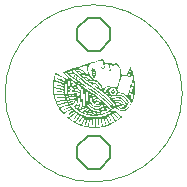
<source format=gbr>
%TF.GenerationSoftware,KiCad,Pcbnew,7.0.5*%
%TF.CreationDate,2024-02-24T17:46:26+01:00*%
%TF.ProjectId,ULHolder,554c486f-6c64-4657-922e-6b696361645f,rev?*%
%TF.SameCoordinates,Original*%
%TF.FileFunction,Legend,Top*%
%TF.FilePolarity,Positive*%
%FSLAX46Y46*%
G04 Gerber Fmt 4.6, Leading zero omitted, Abs format (unit mm)*
G04 Created by KiCad (PCBNEW 7.0.5) date 2024-02-24 17:46:26*
%MOMM*%
%LPD*%
G01*
G04 APERTURE LIST*
G04 Aperture macros list*
%AMRoundRect*
0 Rectangle with rounded corners*
0 $1 Rounding radius*
0 $2 $3 $4 $5 $6 $7 $8 $9 X,Y pos of 4 corners*
0 Add a 4 corners polygon primitive as box body*
4,1,4,$2,$3,$4,$5,$6,$7,$8,$9,$2,$3,0*
0 Add four circle primitives for the rounded corners*
1,1,$1+$1,$2,$3*
1,1,$1+$1,$4,$5*
1,1,$1+$1,$6,$7*
1,1,$1+$1,$8,$9*
0 Add four rect primitives between the rounded corners*
20,1,$1+$1,$2,$3,$4,$5,0*
20,1,$1+$1,$4,$5,$6,$7,0*
20,1,$1+$1,$6,$7,$8,$9,0*
20,1,$1+$1,$8,$9,$2,$3,0*%
%AMFreePoly0*
4,1,25,0.506863,1.161696,0.518986,1.151342,1.151342,0.518986,1.179849,0.463038,1.181100,0.447144,1.181100,-0.447144,1.161696,-0.506863,1.151342,-0.518986,0.518986,-1.151342,0.463038,-1.179849,0.447144,-1.181100,-0.447144,-1.181100,-0.506863,-1.161696,-0.518986,-1.151342,-1.151342,-0.518986,-1.179849,-0.463038,-1.181100,-0.447144,-1.181100,0.447144,-1.161696,0.506863,-1.151342,0.518986,
-0.518986,1.151342,-0.463038,1.179849,-0.447144,1.181100,0.447144,1.181100,0.506863,1.161696,0.506863,1.161696,$1*%
G04 Aperture macros list end*
%ADD10C,0.100000*%
%ADD11C,0.152400*%
%ADD12RoundRect,0.101600X-1.000000X-1.000000X1.000000X-1.000000X1.000000X1.000000X-1.000000X1.000000X0*%
%ADD13C,3.200000*%
%ADD14FreePoly0,0.000000*%
G04 APERTURE END LIST*
D10*
X148500000Y-105000000D02*
G75*
G03*
X148500000Y-105000000I-7500000J0D01*
G01*
%TO.C,G\u002A\u002A\u002A*%
G36*
X141795116Y-102123587D02*
G01*
X141855201Y-102178282D01*
X141890299Y-102274806D01*
X141935298Y-102377372D01*
X142007420Y-102415449D01*
X142097967Y-102387229D01*
X142168208Y-102361996D01*
X142241468Y-102390439D01*
X142247588Y-102394376D01*
X142343335Y-102426486D01*
X142398998Y-102419770D01*
X142492247Y-102406800D01*
X142551281Y-102438161D01*
X142562517Y-102476278D01*
X142586551Y-102537662D01*
X142649335Y-102545684D01*
X142715890Y-102512978D01*
X142847323Y-102455865D01*
X142973741Y-102465217D01*
X143089137Y-102534832D01*
X143187502Y-102658506D01*
X143262829Y-102830035D01*
X143309109Y-103043218D01*
X143317874Y-103134535D01*
X143334759Y-103394821D01*
X143491625Y-103434320D01*
X143644983Y-103468983D01*
X143746150Y-103473980D01*
X143764607Y-103464735D01*
X143915974Y-103464735D01*
X143930678Y-103501938D01*
X143970540Y-103510157D01*
X144019492Y-103492190D01*
X144051766Y-103441700D01*
X144140574Y-103441700D01*
X144142630Y-103482523D01*
X144194740Y-103486359D01*
X144214975Y-103482886D01*
X144280388Y-103460106D01*
X144300954Y-103414886D01*
X144279946Y-103330905D01*
X144256881Y-103273963D01*
X144210317Y-103164950D01*
X144184120Y-103273963D01*
X144159452Y-103372317D01*
X144140574Y-103441700D01*
X144051766Y-103441700D01*
X144059910Y-103428960D01*
X144097380Y-103319385D01*
X144142696Y-103139573D01*
X144155761Y-103020051D01*
X144136963Y-102956173D01*
X144128084Y-102948809D01*
X144101500Y-102970148D01*
X144062352Y-103045532D01*
X144018605Y-103159291D01*
X144013754Y-103173774D01*
X143971096Y-103302310D01*
X143936161Y-103406292D01*
X143916299Y-103463848D01*
X143915974Y-103464735D01*
X143764607Y-103464735D01*
X143812478Y-103440757D01*
X143861316Y-103360760D01*
X143908995Y-103228541D01*
X143983080Y-103019152D01*
X144046267Y-102874349D01*
X144097329Y-102796700D01*
X144122104Y-102783405D01*
X144153655Y-102816101D01*
X144199143Y-102904839D01*
X144253216Y-103035592D01*
X144310520Y-103194333D01*
X144365704Y-103367036D01*
X144413415Y-103539674D01*
X144418435Y-103559932D01*
X144457543Y-103768555D01*
X144486708Y-104020859D01*
X144504737Y-104292735D01*
X144510438Y-104560074D01*
X144502617Y-104798768D01*
X144487004Y-104945493D01*
X144413690Y-105290744D01*
X144307166Y-105616027D01*
X144197655Y-105855167D01*
X144173436Y-105908054D01*
X144018509Y-106153535D01*
X143862842Y-106326462D01*
X143674510Y-106460862D01*
X143489395Y-106522717D01*
X143402534Y-106517604D01*
X143307832Y-106512030D01*
X143130153Y-106428802D01*
X143003082Y-106322230D01*
X142841732Y-106160880D01*
X142800938Y-106189670D01*
X142711209Y-106252997D01*
X142617024Y-106320771D01*
X142605312Y-106329199D01*
X142507931Y-106401550D01*
X142495242Y-106411275D01*
X142490734Y-106414730D01*
X142400782Y-106484346D01*
X142496434Y-106508353D01*
X142599031Y-106511444D01*
X142670985Y-106490134D01*
X142752109Y-106464631D01*
X142801533Y-106467728D01*
X142852125Y-106499063D01*
X142938088Y-106563450D01*
X143044989Y-106648801D01*
X143158393Y-106743030D01*
X143263865Y-106834051D01*
X143346972Y-106909776D01*
X143393279Y-106958119D01*
X143398283Y-106967418D01*
X143369928Y-107012343D01*
X143293624Y-107086212D01*
X143182511Y-107178602D01*
X143049727Y-107279087D01*
X142923509Y-107366758D01*
X142908412Y-107377244D01*
X142780543Y-107457486D01*
X142608437Y-107551194D01*
X142413843Y-107646006D01*
X142385224Y-107658360D01*
X142237444Y-107722155D01*
X142229415Y-107725279D01*
X141853391Y-107839385D01*
X141779702Y-107861746D01*
X141323702Y-107929752D01*
X141181688Y-107930598D01*
X141034576Y-107931474D01*
X140867378Y-107932470D01*
X140442276Y-107876447D01*
X141181688Y-107876447D01*
X141281616Y-107857728D01*
X141379499Y-107841430D01*
X141507423Y-107822588D01*
X141557017Y-107815847D01*
X141668320Y-107793968D01*
X141714153Y-107764841D01*
X141714087Y-107744730D01*
X141698925Y-107688764D01*
X141674488Y-107581226D01*
X141645202Y-107441919D01*
X141634458Y-107388480D01*
X141603023Y-107239341D01*
X141581534Y-107163397D01*
X141674460Y-107163397D01*
X141697411Y-107296266D01*
X141709009Y-107349723D01*
X141739905Y-107488351D01*
X141766803Y-107608945D01*
X141783232Y-107682492D01*
X141805674Y-107738709D01*
X141853391Y-107752351D01*
X141918867Y-107741653D01*
X142034440Y-107710191D01*
X142159422Y-107667327D01*
X142170016Y-107663189D01*
X142304410Y-107609916D01*
X142220334Y-107422340D01*
X142158669Y-107286905D01*
X142096489Y-107153618D01*
X142070125Y-107098498D01*
X142022374Y-107013890D01*
X141982457Y-106966149D01*
X141978621Y-106964518D01*
X142120988Y-106964518D01*
X142152703Y-107068188D01*
X142214904Y-107217588D01*
X142236962Y-107265507D01*
X142385224Y-107581890D01*
X142601053Y-107466855D01*
X142709599Y-107407054D01*
X142787108Y-107360636D01*
X142816880Y-107337607D01*
X142816881Y-107337565D01*
X142796478Y-107304266D01*
X142741720Y-107226680D01*
X142662285Y-107118340D01*
X142612621Y-107051927D01*
X142512748Y-106920557D01*
X142445330Y-106838765D01*
X142399476Y-106797795D01*
X142364294Y-106788892D01*
X142328892Y-106803301D01*
X142314441Y-106812227D01*
X142297939Y-106842472D01*
X142313185Y-106901539D01*
X142364391Y-107000826D01*
X142416426Y-107088202D01*
X142501390Y-107235383D01*
X142541535Y-107326336D01*
X142537101Y-107361855D01*
X142494487Y-107346648D01*
X142458268Y-107305021D01*
X142400737Y-107219414D01*
X142344492Y-107125751D01*
X142263916Y-106993007D01*
X142205213Y-106918928D01*
X142160384Y-106895925D01*
X142122586Y-106915239D01*
X142120988Y-106964518D01*
X141978621Y-106964518D01*
X141973245Y-106962232D01*
X141931187Y-106992451D01*
X141926017Y-107083585D01*
X141957745Y-107236343D01*
X141979099Y-107309464D01*
X142014310Y-107432491D01*
X142035760Y-107525686D01*
X142039149Y-107570140D01*
X142038565Y-107570971D01*
X142004872Y-107576130D01*
X141967614Y-107522678D01*
X141924143Y-107405608D01*
X141891110Y-107292333D01*
X141847146Y-107149636D01*
X141808361Y-107067914D01*
X141769108Y-107036275D01*
X141757648Y-107034907D01*
X141702670Y-107045067D01*
X141675577Y-107083780D01*
X141674460Y-107163397D01*
X141581534Y-107163397D01*
X141577525Y-107149227D01*
X141552208Y-107105437D01*
X141521320Y-107095267D01*
X141503122Y-107098519D01*
X141469290Y-107113130D01*
X141450597Y-107145072D01*
X141444900Y-107209550D01*
X141450059Y-107321769D01*
X141457697Y-107421087D01*
X141467053Y-107589301D01*
X141462704Y-107691640D01*
X141445317Y-107725322D01*
X141424770Y-107691961D01*
X141403512Y-107603495D01*
X141385458Y-107477345D01*
X141382065Y-107443705D01*
X141366629Y-107287002D01*
X141352324Y-107190032D01*
X141333940Y-107140132D01*
X141306262Y-107124639D01*
X141264077Y-107130888D01*
X141254327Y-107133400D01*
X141221079Y-107148013D01*
X141199840Y-107180123D01*
X141187961Y-107243624D01*
X141182794Y-107352408D01*
X141181688Y-107514421D01*
X141181688Y-107876447D01*
X140442276Y-107876447D01*
X140437807Y-107875858D01*
X140416693Y-107873075D01*
X139977612Y-107754741D01*
X139908818Y-107726327D01*
X139800786Y-107681706D01*
X139985472Y-107681706D01*
X140220725Y-107745386D01*
X140343497Y-107773979D01*
X140437807Y-107787356D01*
X140482710Y-107782798D01*
X140487545Y-107770839D01*
X140600286Y-107770839D01*
X140624274Y-107806289D01*
X140702781Y-107832352D01*
X140818777Y-107849667D01*
X140940876Y-107859411D01*
X141034576Y-107859458D01*
X141073140Y-107852216D01*
X141088699Y-107808439D01*
X141100854Y-107709225D01*
X141107914Y-107571794D01*
X141109012Y-107486983D01*
X141107774Y-107326783D01*
X141102261Y-107225814D01*
X141089778Y-107170650D01*
X141067628Y-107147863D01*
X141040119Y-107143920D01*
X141004704Y-107152841D01*
X140980723Y-107189043D01*
X140963569Y-107266686D01*
X140949163Y-107395182D01*
X140948631Y-107399927D01*
X140945493Y-107434621D01*
X140925620Y-107598226D01*
X140901143Y-107696241D01*
X140875854Y-107725322D01*
X140854601Y-107706831D01*
X140848057Y-107644053D01*
X140855764Y-107526033D01*
X140864270Y-107447582D01*
X140878167Y-107287159D01*
X140872325Y-107185444D01*
X140843113Y-107130279D01*
X140786899Y-107109505D01*
X140762908Y-107108139D01*
X140742167Y-107140546D01*
X140712995Y-107225743D01*
X140679984Y-107345020D01*
X140647724Y-107479668D01*
X140620807Y-107610978D01*
X140603823Y-107720240D01*
X140600286Y-107770839D01*
X140487545Y-107770839D01*
X140500127Y-107739717D01*
X140526998Y-107645834D01*
X140558424Y-107521590D01*
X140589509Y-107387430D01*
X140615353Y-107263794D01*
X140631059Y-107171126D01*
X140632671Y-107156892D01*
X140607338Y-107109506D01*
X140580954Y-107093995D01*
X140550771Y-107087999D01*
X140524841Y-107103796D01*
X140497300Y-107152616D01*
X140462285Y-107245688D01*
X140413929Y-107394242D01*
X140398333Y-107443705D01*
X140359104Y-107554125D01*
X140323563Y-107629854D01*
X140302949Y-107652646D01*
X140277812Y-107633082D01*
X140279882Y-107568970D01*
X140310288Y-107452185D01*
X140345922Y-107343777D01*
X140393929Y-107194751D01*
X140414155Y-107101235D01*
X140407282Y-107051867D01*
X140373992Y-107035288D01*
X140364456Y-107034907D01*
X140323835Y-107066392D01*
X140261877Y-107153373D01*
X140186086Y-107284642D01*
X140147893Y-107358306D01*
X139985472Y-107681706D01*
X139800786Y-107681706D01*
X139556097Y-107580641D01*
X139382432Y-107481721D01*
X139296094Y-107432543D01*
X139473819Y-107432543D01*
X139492088Y-107457648D01*
X139553038Y-107494561D01*
X139665883Y-107548226D01*
X139791247Y-107602929D01*
X139908818Y-107653182D01*
X140068894Y-107334960D01*
X140145951Y-107173546D01*
X140186019Y-107064795D01*
X140190362Y-106999576D01*
X140160244Y-106968759D01*
X140120435Y-106962788D01*
X140091312Y-106991588D01*
X140036463Y-107068655D01*
X139966215Y-107179156D01*
X139943690Y-107216595D01*
X139850671Y-107363345D01*
X139782570Y-107449295D01*
X139741167Y-107472632D01*
X139728183Y-107436081D01*
X139746478Y-107390337D01*
X139794763Y-107301839D01*
X139863132Y-107188579D01*
X139873195Y-107172634D01*
X139946147Y-107054199D01*
X139982973Y-106980571D01*
X139988396Y-106936446D01*
X139967137Y-106906519D01*
X139957607Y-106899016D01*
X139906166Y-106866354D01*
X139890282Y-106862679D01*
X139725177Y-107077787D01*
X139603466Y-107239455D01*
X139522885Y-107350779D01*
X139481168Y-107414861D01*
X139473819Y-107432543D01*
X139296094Y-107432543D01*
X139158113Y-107353949D01*
X138874580Y-107141499D01*
X138834573Y-107111522D01*
X138967550Y-107111522D01*
X138993670Y-107141773D01*
X139062498Y-107195191D01*
X139154912Y-107259187D01*
X139251788Y-107321177D01*
X139334002Y-107368574D01*
X139382432Y-107388792D01*
X139387371Y-107387831D01*
X139429666Y-107337634D01*
X139496689Y-107249938D01*
X139576957Y-107140776D01*
X139658987Y-107026181D01*
X139731297Y-106922187D01*
X139782403Y-106844825D01*
X139800858Y-106810495D01*
X139771941Y-106782790D01*
X139754298Y-106780543D01*
X139708751Y-106804933D01*
X139628301Y-106869844D01*
X139527870Y-106962892D01*
X139493687Y-106996852D01*
X139392287Y-107093228D01*
X139308022Y-107162144D01*
X139254708Y-107192704D01*
X139245881Y-107192300D01*
X139254450Y-107159341D01*
X139305829Y-107088704D01*
X139390312Y-106992948D01*
X139438239Y-106943299D01*
X139545101Y-106834102D01*
X139606739Y-106764227D01*
X139629576Y-106721865D01*
X139620032Y-106695206D01*
X139585301Y-106672852D01*
X139543089Y-106657825D01*
X139496711Y-106665115D01*
X139433016Y-106701810D01*
X139338853Y-106774997D01*
X139238129Y-106859979D01*
X139123289Y-106960181D01*
X139032489Y-107043074D01*
X138977885Y-107097360D01*
X138967550Y-107111522D01*
X138834573Y-107111522D01*
X138789621Y-107077840D01*
X138469781Y-106768260D01*
X138456586Y-106755488D01*
X138424520Y-106715306D01*
X138521209Y-106715306D01*
X138678041Y-106875106D01*
X138766831Y-106959442D01*
X138839311Y-107017351D01*
X138874580Y-107034907D01*
X138918057Y-107012749D01*
X138998874Y-106954718D01*
X139101939Y-106873478D01*
X139212159Y-106781691D01*
X139314443Y-106692023D01*
X139393698Y-106617136D01*
X139434830Y-106569694D01*
X139437482Y-106562591D01*
X139408868Y-106525758D01*
X139387392Y-106514734D01*
X139336715Y-106526052D01*
X139245688Y-106573004D01*
X139131212Y-106646456D01*
X139091976Y-106674366D01*
X138975734Y-106756518D01*
X138880869Y-106818777D01*
X138823173Y-106850945D01*
X138815027Y-106853219D01*
X138782646Y-106837987D01*
X138811037Y-106791509D01*
X138901278Y-106712611D01*
X139034947Y-106613849D01*
X139162094Y-106519424D01*
X139233349Y-106453870D01*
X139255792Y-106409779D01*
X139248524Y-106390239D01*
X139220338Y-106361771D01*
X139187401Y-106351395D01*
X139137237Y-106363325D01*
X139057370Y-106401777D01*
X138935325Y-106470963D01*
X138835110Y-106529899D01*
X138521209Y-106715306D01*
X138424520Y-106715306D01*
X138164971Y-106390065D01*
X138104865Y-106290315D01*
X138070956Y-106234040D01*
X138191783Y-106234040D01*
X138197657Y-106272452D01*
X138237123Y-106347503D01*
X138297006Y-106440207D01*
X138364128Y-106531576D01*
X138425314Y-106602624D01*
X138467386Y-106634361D01*
X138469781Y-106634641D01*
X138516606Y-106616386D01*
X138614699Y-106564764D01*
X138754013Y-106485423D01*
X138924503Y-106384014D01*
X139029841Y-106319697D01*
X139084692Y-106265165D01*
X139081320Y-106218486D01*
X139022480Y-106199141D01*
X138967895Y-106213400D01*
X138868158Y-106250976D01*
X138743795Y-106304072D01*
X138730360Y-106310132D01*
X138602722Y-106362643D01*
X138495060Y-106397330D01*
X138428933Y-106407358D01*
X138425548Y-106406769D01*
X138416824Y-106392030D01*
X138456431Y-106361058D01*
X138549177Y-106311279D01*
X138699867Y-106240115D01*
X138913310Y-106144992D01*
X138917508Y-106143154D01*
X138971757Y-106108971D01*
X138964439Y-106065762D01*
X138950352Y-106045408D01*
X138924324Y-106018156D01*
X138888352Y-106007188D01*
X138828052Y-106014362D01*
X138729038Y-106041532D01*
X138576924Y-106090554D01*
X138561885Y-106095523D01*
X138413650Y-106146089D01*
X138291650Y-106190591D01*
X138212310Y-106222882D01*
X138191783Y-106234040D01*
X138070956Y-106234040D01*
X137920740Y-105984747D01*
X137815245Y-105740449D01*
X137903592Y-105740449D01*
X137923630Y-105814342D01*
X137981789Y-105940439D01*
X137983579Y-105943991D01*
X138040510Y-106053851D01*
X138084026Y-106132398D01*
X138104797Y-106162800D01*
X138104865Y-106162804D01*
X138140638Y-106152125D01*
X138227406Y-106124049D01*
X138347335Y-106084520D01*
X138482595Y-106039479D01*
X138615354Y-105994870D01*
X138727780Y-105956635D01*
X138802041Y-105930717D01*
X138810045Y-105927794D01*
X138833993Y-105889222D01*
X138826114Y-105832755D01*
X138793450Y-105800344D01*
X138788601Y-105800050D01*
X138744608Y-105808969D01*
X138649249Y-105832021D01*
X138521377Y-105864618D01*
X138492703Y-105872103D01*
X138352246Y-105906670D01*
X138232129Y-105932222D01*
X138155498Y-105943901D01*
X138149313Y-105944155D01*
X138097554Y-105936671D01*
X138109349Y-105914989D01*
X138177745Y-105882528D01*
X138295789Y-105842706D01*
X138432264Y-105805038D01*
X138591449Y-105762918D01*
X138689561Y-105731221D01*
X138736461Y-105704577D01*
X138742015Y-105677612D01*
X138719679Y-105648492D01*
X138676778Y-105630815D01*
X138590367Y-105627093D01*
X138450016Y-105637421D01*
X138322388Y-105652025D01*
X138165376Y-105672348D01*
X138033367Y-105690991D01*
X137944506Y-105705311D01*
X137919465Y-105710723D01*
X137917870Y-105713710D01*
X137903592Y-105740449D01*
X137815245Y-105740449D01*
X137729855Y-105542707D01*
X137650630Y-105288272D01*
X137626964Y-105167678D01*
X137708036Y-105167678D01*
X137710225Y-105181688D01*
X137728054Y-105247825D01*
X137754990Y-105353683D01*
X137769401Y-105411893D01*
X137803735Y-105517495D01*
X137843013Y-105589990D01*
X137862293Y-105606709D01*
X137917870Y-105610424D01*
X138027326Y-105605002D01*
X138172601Y-105591630D01*
X138275083Y-105579569D01*
X138442276Y-105556554D01*
X138549589Y-105536222D01*
X138609519Y-105514679D01*
X138634563Y-105488034D01*
X138638054Y-105466513D01*
X138631820Y-105436682D01*
X138604667Y-105417294D01*
X138543920Y-105406142D01*
X138436900Y-105401019D01*
X138270933Y-105399719D01*
X138254364Y-105399714D01*
X138070083Y-105396499D01*
X137948921Y-105387110D01*
X137894705Y-105371932D01*
X137893133Y-105363376D01*
X137937240Y-105347214D01*
X138036205Y-105334748D01*
X138172232Y-105327839D01*
X138240485Y-105327038D01*
X138395258Y-105325809D01*
X138491245Y-105320051D01*
X138542322Y-105306662D01*
X138562364Y-105282537D01*
X138565379Y-105254363D01*
X138544967Y-105198197D01*
X138473004Y-105178599D01*
X138465450Y-105178274D01*
X138388161Y-105174368D01*
X138384783Y-105174197D01*
X138254559Y-105166217D01*
X138097701Y-105155770D01*
X138029822Y-105151021D01*
X137871436Y-105141224D01*
X137773146Y-105139953D01*
X137722748Y-105148381D01*
X137708036Y-105167678D01*
X137626964Y-105167678D01*
X137596729Y-105013608D01*
X137567354Y-104694830D01*
X137565747Y-104583231D01*
X137626995Y-104583231D01*
X137632004Y-104676761D01*
X137644343Y-104786950D01*
X137663002Y-104911247D01*
X137684213Y-104981839D01*
X137719473Y-105017146D01*
X137780278Y-105035585D01*
X137802289Y-105040007D01*
X137899987Y-105053924D01*
X138042353Y-105067956D01*
X138201431Y-105079422D01*
X138229256Y-105080983D01*
X138388161Y-105086178D01*
X138483880Y-105078822D01*
X138525324Y-105055504D01*
X138521406Y-105012811D01*
X138507232Y-104987549D01*
X138501231Y-104976853D01*
X138455526Y-104953991D01*
X138355184Y-104927068D01*
X138217765Y-104900376D01*
X138138412Y-104888143D01*
X137959443Y-104858502D01*
X137849247Y-104829374D01*
X137803939Y-104799654D01*
X137802289Y-104792500D01*
X137830812Y-104759322D01*
X137884048Y-104762780D01*
X137958603Y-104777207D01*
X138073097Y-104796816D01*
X138204416Y-104817963D01*
X138329444Y-104837007D01*
X138425066Y-104850308D01*
X138465450Y-104854375D01*
X138493769Y-104831919D01*
X138484874Y-104783836D01*
X138471145Y-104767810D01*
X138447798Y-104740556D01*
X138429113Y-104731959D01*
X138245215Y-104679996D01*
X138063408Y-104631673D01*
X137897426Y-104590292D01*
X137761005Y-104559158D01*
X137667879Y-104541573D01*
X137632120Y-104540316D01*
X137626995Y-104583231D01*
X137565747Y-104583231D01*
X137563685Y-104439963D01*
X137620600Y-104439963D01*
X138029399Y-104538961D01*
X138217790Y-104584485D01*
X138346705Y-104614109D01*
X138427404Y-104628606D01*
X138471145Y-104628749D01*
X138489189Y-104615312D01*
X138492796Y-104589068D01*
X138492703Y-104570784D01*
X138476882Y-104533852D01*
X138422278Y-104496615D01*
X138393430Y-104484706D01*
X138574320Y-104484706D01*
X138586979Y-104879687D01*
X138666808Y-105263101D01*
X138808436Y-105627818D01*
X139006492Y-105966706D01*
X139255606Y-106272636D01*
X139550408Y-106538477D01*
X139885527Y-106757099D01*
X140255592Y-106921370D01*
X140454935Y-106981638D01*
X140681648Y-107021252D01*
X140949163Y-107039109D01*
X141228930Y-107035171D01*
X141492398Y-107009403D01*
X141631999Y-106983162D01*
X141768579Y-106944642D01*
X141921802Y-106891094D01*
X142078353Y-106828596D01*
X142224915Y-106763224D01*
X142331393Y-106709516D01*
X142506993Y-106709516D01*
X142514715Y-106756007D01*
X142559198Y-106838362D01*
X142628741Y-106941569D01*
X142711643Y-107050618D01*
X142796205Y-107150495D01*
X142870727Y-107226189D01*
X142923509Y-107262689D01*
X142937571Y-107261965D01*
X143067795Y-107163357D01*
X143177993Y-107076920D01*
X143255811Y-107012592D01*
X143288892Y-106980309D01*
X143289270Y-106979107D01*
X143263358Y-106951505D01*
X143193796Y-106888427D01*
X143092848Y-106800825D01*
X143028850Y-106746544D01*
X142899935Y-106641683D01*
X142812593Y-106581072D01*
X142756041Y-106558558D01*
X142719493Y-106567990D01*
X142717991Y-106569195D01*
X142701901Y-106598559D01*
X142718590Y-106643601D01*
X142774920Y-106714919D01*
X142877754Y-106823109D01*
X142891232Y-106836741D01*
X142987191Y-106939331D01*
X143054451Y-107022626D01*
X143083275Y-107073988D01*
X143081157Y-107083287D01*
X143042029Y-107068827D01*
X142967087Y-107012174D01*
X142870145Y-106924225D01*
X142833351Y-106887839D01*
X142707932Y-106766898D01*
X142619436Y-106697597D01*
X142559031Y-106675113D01*
X142517888Y-106694621D01*
X142506993Y-106709516D01*
X142331393Y-106709516D01*
X142348173Y-106701052D01*
X142434811Y-106648158D01*
X142471512Y-106610617D01*
X142469143Y-106601178D01*
X142404010Y-106565527D01*
X142380829Y-106559727D01*
X142322685Y-106570308D01*
X142221236Y-106606502D01*
X142097784Y-106660644D01*
X142090128Y-106664302D01*
X141794588Y-106785328D01*
X141690693Y-106811080D01*
X141502806Y-106857651D01*
X141496793Y-106858222D01*
X141206184Y-106885800D01*
X141185420Y-106887770D01*
X141072675Y-106889556D01*
X140925507Y-106883156D01*
X140784032Y-106877003D01*
X140673546Y-106858928D01*
X140526832Y-106834926D01*
X140434270Y-106806363D01*
X140409343Y-106798671D01*
X140833875Y-106798671D01*
X140842552Y-106810383D01*
X140916216Y-106814233D01*
X140925507Y-106814422D01*
X141004998Y-106810548D01*
X141021575Y-106791578D01*
X141008453Y-106774462D01*
X140952261Y-106750441D01*
X140883088Y-106772002D01*
X140833875Y-106798671D01*
X140409343Y-106798671D01*
X140273324Y-106756698D01*
X139995758Y-106635696D01*
X139982546Y-106629280D01*
X139811307Y-106538379D01*
X139741119Y-106491480D01*
X139673534Y-106446320D01*
X139789094Y-106446320D01*
X139983160Y-106544660D01*
X140121076Y-106610614D01*
X140252484Y-106666744D01*
X140362008Y-106707268D01*
X140434270Y-106726405D01*
X140454935Y-106722036D01*
X140439731Y-106678436D01*
X140417319Y-106632804D01*
X140383940Y-106601344D01*
X140504602Y-106601344D01*
X140527128Y-106670365D01*
X140588133Y-106757265D01*
X140673546Y-106777335D01*
X140786729Y-106731209D01*
X140801109Y-106722062D01*
X140864052Y-106664095D01*
X140862949Y-106627579D01*
X140805510Y-106626864D01*
X140759137Y-106643932D01*
X140733736Y-106651829D01*
X140687098Y-106666329D01*
X140635804Y-106641272D01*
X140599401Y-106597682D01*
X140557941Y-106556679D01*
X140909155Y-106556679D01*
X141044888Y-106686780D01*
X141142445Y-106771862D01*
X141206184Y-106810531D01*
X141230434Y-106801637D01*
X141209525Y-106744027D01*
X141193523Y-106716953D01*
X141168662Y-106676751D01*
X141260433Y-106676751D01*
X141307030Y-106742172D01*
X141307991Y-106743235D01*
X141385142Y-106785510D01*
X141496793Y-106786712D01*
X141631967Y-106770931D01*
X141548152Y-106703062D01*
X141529429Y-106693414D01*
X141449028Y-106651983D01*
X141372430Y-106637642D01*
X141654077Y-106637642D01*
X141660547Y-106713403D01*
X141690693Y-106733922D01*
X141735836Y-106724133D01*
X141858437Y-106680310D01*
X141996540Y-106621214D01*
X142133962Y-106555115D01*
X142254521Y-106490283D01*
X142342032Y-106434991D01*
X142380312Y-106397508D01*
X142380829Y-106394498D01*
X142359607Y-106358055D01*
X142304661Y-106283882D01*
X142246525Y-106210991D01*
X142169888Y-106121125D01*
X142122827Y-106081149D01*
X142090890Y-106083134D01*
X142065129Y-106111493D01*
X142037319Y-106172468D01*
X142066918Y-106229736D01*
X142073891Y-106237613D01*
X142118512Y-106319966D01*
X142137190Y-106403671D01*
X142140447Y-106453480D01*
X142132633Y-106485003D01*
X142100328Y-106503032D01*
X142030115Y-106512358D01*
X141957315Y-106515602D01*
X141908574Y-106517774D01*
X141808512Y-106521036D01*
X141711554Y-106528100D01*
X141671031Y-106548783D01*
X141667002Y-106550839D01*
X141654586Y-106604558D01*
X141654077Y-106637642D01*
X141372430Y-106637642D01*
X141359350Y-106635193D01*
X141276449Y-106644085D01*
X141260433Y-106676751D01*
X141168662Y-106676751D01*
X141150160Y-106646831D01*
X141129270Y-106611480D01*
X141129020Y-106610893D01*
X141096481Y-106599737D01*
X141020680Y-106581293D01*
X141018094Y-106580721D01*
X140909155Y-106556679D01*
X140557941Y-106556679D01*
X140539589Y-106538530D01*
X140505514Y-106542241D01*
X140504602Y-106601344D01*
X140383940Y-106601344D01*
X140362728Y-106581352D01*
X140354309Y-106579813D01*
X140261778Y-106562902D01*
X140237775Y-106562518D01*
X140124440Y-106552198D01*
X140078945Y-106523614D01*
X140096606Y-106491586D01*
X140636623Y-106491586D01*
X140666315Y-106539468D01*
X140733736Y-106555018D01*
X140769638Y-106547139D01*
X140806286Y-106517808D01*
X140783410Y-106473404D01*
X140722665Y-106438803D01*
X140688473Y-106441384D01*
X140642091Y-106475982D01*
X140636623Y-106491586D01*
X140096606Y-106491586D01*
X140102816Y-106480325D01*
X140111102Y-106475386D01*
X140315798Y-106475386D01*
X140336689Y-106489062D01*
X140354309Y-106489842D01*
X140433975Y-106474588D01*
X140536312Y-106437146D01*
X140552040Y-106429929D01*
X140678298Y-106370016D01*
X140605618Y-106297336D01*
X140532937Y-106224656D01*
X140407886Y-106357249D01*
X140337927Y-106435417D01*
X140315798Y-106475386D01*
X140111102Y-106475386D01*
X140182275Y-106432961D01*
X140281476Y-106369484D01*
X140367230Y-106286895D01*
X140424906Y-106203109D01*
X140439874Y-106136040D01*
X140434968Y-106123556D01*
X140395189Y-106120228D01*
X140327753Y-106167235D01*
X140320703Y-106172149D01*
X140289768Y-106200738D01*
X140181631Y-106282272D01*
X140044713Y-106355940D01*
X139985190Y-106379579D01*
X139979113Y-106381992D01*
X139789094Y-106446320D01*
X139673534Y-106446320D01*
X139665120Y-106440698D01*
X139571364Y-106361767D01*
X139532521Y-106329066D01*
X139673170Y-106329066D01*
X139697071Y-106343266D01*
X139741119Y-106344492D01*
X139839629Y-106319065D01*
X139848012Y-106310701D01*
X139985190Y-106310701D01*
X140090565Y-106248455D01*
X140172530Y-106177130D01*
X140221838Y-106092913D01*
X140221884Y-106092747D01*
X140228619Y-106048154D01*
X140327753Y-106048154D01*
X140375023Y-105973594D01*
X140474046Y-105973594D01*
X140489054Y-106033158D01*
X140564156Y-106131835D01*
X140668356Y-106239602D01*
X140827981Y-106376334D01*
X140990385Y-106470762D01*
X141178176Y-106532853D01*
X141413958Y-106572576D01*
X141426967Y-106574102D01*
X141529429Y-106583453D01*
X141572342Y-106573831D01*
X141568182Y-106535984D01*
X141543785Y-106487454D01*
X141486991Y-106434996D01*
X141382110Y-106417298D01*
X141376080Y-106417240D01*
X141368570Y-106417167D01*
X141352188Y-106414744D01*
X141602528Y-106414744D01*
X141608617Y-106422580D01*
X141671031Y-106439696D01*
X141750645Y-106397485D01*
X141883833Y-106397485D01*
X141899837Y-106415264D01*
X141957315Y-106417167D01*
X142029118Y-106396318D01*
X142057526Y-106349117D01*
X142030492Y-106298581D01*
X142022309Y-106292987D01*
X141977780Y-106302136D01*
X141925833Y-106345349D01*
X141883833Y-106397485D01*
X141750645Y-106397485D01*
X141753601Y-106395918D01*
X141847963Y-106297197D01*
X141910879Y-106207612D01*
X141982221Y-106086561D01*
X142011908Y-106006592D01*
X142003069Y-105951553D01*
X141967985Y-105912622D01*
X141932568Y-105900610D01*
X141898749Y-105937337D01*
X141856645Y-106033580D01*
X141856362Y-106034321D01*
X141792988Y-106156590D01*
X141709842Y-106265112D01*
X141682583Y-106290999D01*
X141610785Y-106365059D01*
X141602528Y-106414744D01*
X141352188Y-106414744D01*
X141126490Y-106381361D01*
X140895343Y-106275707D01*
X140684506Y-106106414D01*
X140582415Y-106009297D01*
X140518296Y-105962264D01*
X140483360Y-105959768D01*
X140474046Y-105973594D01*
X140375023Y-105973594D01*
X140400429Y-105933521D01*
X140432172Y-105871736D01*
X140449478Y-105812278D01*
X140575829Y-105812278D01*
X140595265Y-105879315D01*
X140657412Y-105967655D01*
X140663251Y-105974942D01*
X140830421Y-106143392D01*
X141011712Y-106258790D01*
X141196980Y-106320565D01*
X141376080Y-106328145D01*
X141538868Y-106280959D01*
X141675199Y-106178435D01*
X141767454Y-106037145D01*
X141818702Y-105907980D01*
X141829738Y-105822657D01*
X141800106Y-105764182D01*
X141759287Y-105732811D01*
X141711209Y-105710445D01*
X141707364Y-105724780D01*
X141714468Y-105793809D01*
X141687329Y-105894075D01*
X141635996Y-105999193D01*
X141571263Y-106082091D01*
X141429996Y-106169341D01*
X141270493Y-106194473D01*
X141193301Y-106179146D01*
X141104584Y-106161531D01*
X140944100Y-106074561D01*
X140800873Y-105937608D01*
X140701422Y-105784699D01*
X140625151Y-105635908D01*
X140590551Y-105738748D01*
X140582117Y-105780872D01*
X140575829Y-105812278D01*
X140449478Y-105812278D01*
X140455013Y-105793260D01*
X140471191Y-105683610D01*
X140482945Y-105528304D01*
X140491273Y-105345853D01*
X140497259Y-105129177D01*
X140497141Y-105118235D01*
X140569841Y-105118235D01*
X140571366Y-105243837D01*
X140582117Y-105488174D01*
X140585432Y-105479800D01*
X140686671Y-105479800D01*
X140690271Y-105555386D01*
X140723988Y-105645544D01*
X140756366Y-105711294D01*
X140884126Y-105909471D01*
X141031105Y-106043168D01*
X141193301Y-106109711D01*
X141352339Y-106109357D01*
X141482368Y-106052849D01*
X141571215Y-105951265D01*
X141613557Y-105822740D01*
X141604068Y-105685413D01*
X141537423Y-105557420D01*
X141520097Y-105537968D01*
X141403965Y-105454575D01*
X141306971Y-105436051D01*
X141195501Y-105458923D01*
X141092186Y-105516647D01*
X141019973Y-105592889D01*
X141000000Y-105654570D01*
X141016826Y-105727587D01*
X141059951Y-105736704D01*
X141118343Y-105680378D01*
X141124044Y-105671934D01*
X141205636Y-105599544D01*
X141304666Y-105579712D01*
X141400797Y-105605826D01*
X141473692Y-105671279D01*
X141503013Y-105769459D01*
X141501615Y-105794643D01*
X141459038Y-105892964D01*
X141369950Y-105948953D01*
X141275150Y-105954097D01*
X141251476Y-105955381D01*
X141174270Y-105932808D01*
X141055629Y-105866057D01*
X141018889Y-105827662D01*
X141150341Y-105827662D01*
X141179196Y-105869282D01*
X141269840Y-105881171D01*
X141275150Y-105881187D01*
X141371642Y-105859135D01*
X141423127Y-105804273D01*
X141418776Y-105733540D01*
X141392446Y-105697682D01*
X141309741Y-105656030D01*
X141227598Y-105678729D01*
X141175006Y-105745075D01*
X141150341Y-105827662D01*
X141018889Y-105827662D01*
X140964290Y-105770603D01*
X140932808Y-105712666D01*
X140888230Y-105630629D01*
X140883197Y-105617265D01*
X140832902Y-105483722D01*
X140826563Y-105464887D01*
X140906794Y-105464887D01*
X140907635Y-105467599D01*
X140932808Y-105546911D01*
X141041867Y-105455143D01*
X141126210Y-105395562D01*
X141196461Y-105364607D01*
X141207094Y-105363376D01*
X141243370Y-105353599D01*
X141221665Y-105313300D01*
X141218025Y-105308870D01*
X141151367Y-105262876D01*
X141113647Y-105255171D01*
X141042926Y-105276898D01*
X140968484Y-105322133D01*
X140907465Y-105390139D01*
X140906794Y-105464887D01*
X140826563Y-105464887D01*
X140751927Y-105243105D01*
X140708602Y-105387710D01*
X140686671Y-105479800D01*
X140585432Y-105479800D01*
X140675148Y-105253171D01*
X140703831Y-105180717D01*
X140854649Y-105180717D01*
X140859345Y-105254621D01*
X140883197Y-105269132D01*
X140927324Y-105245930D01*
X140983908Y-105200743D01*
X141000000Y-105174226D01*
X140971901Y-105138438D01*
X140927324Y-105109013D01*
X140876776Y-105090041D01*
X140857392Y-105118510D01*
X140854649Y-105180717D01*
X140703831Y-105180717D01*
X140768180Y-105018169D01*
X140693516Y-104956804D01*
X140635015Y-104917667D01*
X140601632Y-104929150D01*
X140589734Y-104947470D01*
X140576352Y-105008800D01*
X140569841Y-105118235D01*
X140497141Y-105118235D01*
X140495605Y-104975931D01*
X140485855Y-104877224D01*
X140467553Y-104824164D01*
X140464279Y-104819869D01*
X140411079Y-104788981D01*
X140385312Y-104801700D01*
X140373367Y-104848070D01*
X140361807Y-104954271D01*
X140351549Y-105107459D01*
X140343508Y-105294791D01*
X140339630Y-105442318D01*
X140327753Y-106048154D01*
X140228619Y-106048154D01*
X140231954Y-106026071D01*
X140243311Y-105901046D01*
X140254936Y-105731959D01*
X140265812Y-105533099D01*
X140272526Y-105381545D01*
X140281006Y-105176827D01*
X140288972Y-104998051D01*
X140295827Y-104857591D01*
X140300974Y-104767819D01*
X140303404Y-104741001D01*
X140284627Y-104701791D01*
X140258313Y-104675646D01*
X140223469Y-104655424D01*
X140196212Y-104664533D01*
X140175178Y-104710297D01*
X140159003Y-104800042D01*
X140146321Y-104941095D01*
X140135767Y-105140782D01*
X140126798Y-105381545D01*
X140116122Y-105646643D01*
X140103370Y-105849018D01*
X140087513Y-105998612D01*
X140067526Y-106105371D01*
X140045108Y-106173162D01*
X139985190Y-106310701D01*
X139848012Y-106310701D01*
X139918461Y-106240409D01*
X139978696Y-106104963D01*
X140021416Y-105909165D01*
X140047701Y-105649453D01*
X140058634Y-105322265D01*
X140058843Y-105297997D01*
X140062261Y-105107260D01*
X140069063Y-104936071D01*
X140078332Y-104800966D01*
X140089147Y-104718482D01*
X140091559Y-104709299D01*
X140119315Y-104613493D01*
X140122571Y-104570531D01*
X140112700Y-104563948D01*
X140069793Y-104552701D01*
X140044663Y-104543672D01*
X140014097Y-104542079D01*
X139989492Y-104568376D01*
X139969655Y-104630101D01*
X139953392Y-104734793D01*
X139939510Y-104889988D01*
X139926816Y-105103225D01*
X139914898Y-105363376D01*
X139902053Y-105624140D01*
X139886611Y-105823872D01*
X139865966Y-105974219D01*
X139854215Y-106020724D01*
X139837513Y-106086823D01*
X139798645Y-106173330D01*
X139746754Y-106245384D01*
X139708265Y-106286543D01*
X139673170Y-106329066D01*
X139532521Y-106329066D01*
X139519608Y-106318195D01*
X139431508Y-106232822D01*
X139395030Y-106197473D01*
X139503981Y-106197473D01*
X139528891Y-106233432D01*
X139571364Y-106262048D01*
X139617814Y-106246889D01*
X139676330Y-106197095D01*
X139771325Y-106108297D01*
X139653636Y-106096517D01*
X139557057Y-106102215D01*
X139545211Y-106109351D01*
X139506197Y-106132855D01*
X139503981Y-106197473D01*
X139395030Y-106197473D01*
X139381648Y-106184505D01*
X139193760Y-105966619D01*
X139179053Y-105949564D01*
X139244063Y-105949564D01*
X139340772Y-106046274D01*
X139403593Y-106104186D01*
X139431508Y-106111469D01*
X139437482Y-106076743D01*
X139451966Y-106022154D01*
X139545211Y-106022154D01*
X139662522Y-106010719D01*
X139754384Y-105986058D01*
X139799802Y-105924782D01*
X139804892Y-105908440D01*
X139818048Y-105828550D01*
X139827178Y-105711091D01*
X139832142Y-105574898D01*
X139832803Y-105438809D01*
X139829024Y-105321658D01*
X139820665Y-105242283D01*
X139809942Y-105218582D01*
X139754108Y-105240977D01*
X139720883Y-105311926D01*
X139706553Y-105441263D01*
X139705360Y-105495503D01*
X139684908Y-105702252D01*
X139624354Y-105870314D01*
X139545211Y-106022154D01*
X139451966Y-106022154D01*
X139457596Y-106000935D01*
X139504976Y-105914050D01*
X139562179Y-105824795D01*
X139595116Y-105744178D01*
X139610775Y-105645675D01*
X139616145Y-105502764D01*
X139616301Y-105491557D01*
X139616975Y-105372697D01*
X139611826Y-105316429D01*
X139596182Y-105312679D01*
X139565372Y-105351373D01*
X139556898Y-105363435D01*
X139509999Y-105446225D01*
X139490439Y-105507787D01*
X139482990Y-105594715D01*
X139480035Y-105625559D01*
X139453409Y-105688894D01*
X139393243Y-105777168D01*
X139358941Y-105818725D01*
X139244063Y-105949564D01*
X139179053Y-105949564D01*
X139116981Y-105877582D01*
X138921497Y-105556676D01*
X138913807Y-105536320D01*
X139009200Y-105536320D01*
X139020870Y-105582172D01*
X139071503Y-105676120D01*
X139097595Y-105720941D01*
X139193760Y-105885034D01*
X139297452Y-105768982D01*
X139362635Y-105680098D01*
X139398648Y-105600037D01*
X139401144Y-105581728D01*
X139392135Y-105534328D01*
X139351242Y-105531404D01*
X139304188Y-105547388D01*
X139210958Y-105557876D01*
X139164261Y-105563129D01*
X139104331Y-105548379D01*
X139036888Y-105528432D01*
X139009200Y-105536320D01*
X138913807Y-105536320D01*
X138791945Y-105213752D01*
X138786322Y-105182390D01*
X138877732Y-105182390D01*
X138893791Y-105279021D01*
X138966398Y-105390502D01*
X139078425Y-105455620D01*
X139210958Y-105471360D01*
X139345081Y-105434706D01*
X139440277Y-105366171D01*
X139505421Y-105279441D01*
X139541594Y-105188995D01*
X139545067Y-105114290D01*
X139512112Y-105074783D01*
X139496530Y-105072675D01*
X139455222Y-105104199D01*
X139425066Y-105180214D01*
X139424683Y-105182090D01*
X139372503Y-105290599D01*
X139278143Y-105346140D01*
X139218713Y-105344336D01*
X139155146Y-105342406D01*
X139112080Y-105327717D01*
X139023426Y-105273165D01*
X139006281Y-105211105D01*
X139045035Y-105152618D01*
X139064988Y-105118537D01*
X139020431Y-105109556D01*
X139017782Y-105109569D01*
X138917244Y-105127239D01*
X138877732Y-105182390D01*
X138786322Y-105182390D01*
X138728833Y-104861724D01*
X138809786Y-104861724D01*
X138812845Y-104909156D01*
X138827693Y-105036337D01*
X139048077Y-105036337D01*
X139268462Y-105036337D01*
X139181320Y-105129095D01*
X139127212Y-105195582D01*
X139123821Y-105234573D01*
X139145775Y-105253742D01*
X139218713Y-105267664D01*
X139289909Y-105238202D01*
X139338961Y-105182756D01*
X139345468Y-105118724D01*
X139331912Y-105094993D01*
X139309422Y-105042555D01*
X139350345Y-105011677D01*
X139458065Y-105000186D01*
X139479876Y-105000000D01*
X139571021Y-105005479D01*
X139610534Y-105030940D01*
X139619169Y-105089919D01*
X139619170Y-105090844D01*
X139631776Y-105159131D01*
X139656000Y-105181688D01*
X139737302Y-105155908D01*
X139804250Y-105095370D01*
X139829791Y-105025278D01*
X139829273Y-105020269D01*
X139807345Y-104978189D01*
X139770652Y-104956161D01*
X139746476Y-104941647D01*
X139633565Y-104904149D01*
X139551113Y-104882413D01*
X139412023Y-104849305D01*
X139324490Y-104835447D01*
X139270163Y-104840215D01*
X139230694Y-104862989D01*
X139221213Y-104871228D01*
X139126076Y-104919647D01*
X139021261Y-104920450D01*
X138936427Y-104875270D01*
X138920322Y-104854649D01*
X138863895Y-104790085D01*
X138824519Y-104793727D01*
X138809786Y-104861724D01*
X138728833Y-104861724D01*
X138725077Y-104840776D01*
X138715934Y-104584205D01*
X138790922Y-104584205D01*
X138811092Y-104654647D01*
X138866723Y-104699023D01*
X138940186Y-104700527D01*
X138993557Y-104666299D01*
X139042130Y-104636882D01*
X139061838Y-104657703D01*
X139046181Y-104709852D01*
X139020486Y-104744656D01*
X138977819Y-104798964D01*
X138985840Y-104826264D01*
X139014653Y-104839611D01*
X139085980Y-104848986D01*
X139147122Y-104831796D01*
X139171225Y-104797733D01*
X139166660Y-104784742D01*
X139160325Y-104745160D01*
X139209554Y-104732381D01*
X139318449Y-104746383D01*
X139476314Y-104783280D01*
X139655380Y-104827658D01*
X139770652Y-104849061D01*
X139827844Y-104845731D01*
X139832672Y-104815905D01*
X139790849Y-104757824D01*
X139739553Y-104702203D01*
X139646031Y-104631340D01*
X139552488Y-104602385D01*
X139478663Y-104618577D01*
X139450622Y-104654792D01*
X139425733Y-104687099D01*
X139413150Y-104703433D01*
X139376247Y-104697864D01*
X139364806Y-104657320D01*
X139333874Y-104612287D01*
X139283047Y-104593729D01*
X139216301Y-104560105D01*
X139200865Y-104519921D01*
X139185908Y-104467031D01*
X139298551Y-104467031D01*
X139305644Y-104507346D01*
X139358507Y-104524364D01*
X139425733Y-104526402D01*
X139564663Y-104525193D01*
X139477403Y-104452532D01*
X139404446Y-104405305D01*
X139350603Y-104393039D01*
X139350221Y-104393161D01*
X139309181Y-104436193D01*
X139298551Y-104467031D01*
X139185908Y-104467031D01*
X139179152Y-104443142D01*
X139161520Y-104418802D01*
X139097918Y-104394402D01*
X139036710Y-104424427D01*
X139002768Y-104494192D01*
X139001430Y-104513330D01*
X138984617Y-104584889D01*
X138946055Y-104593572D01*
X138903562Y-104537461D01*
X138898347Y-104524416D01*
X138871694Y-104472945D01*
X138840124Y-104485953D01*
X138826875Y-104501046D01*
X138823840Y-104504504D01*
X138790922Y-104584205D01*
X138715934Y-104584205D01*
X138714148Y-104534099D01*
X138712950Y-104387175D01*
X138795326Y-104387175D01*
X138826875Y-104398075D01*
X138891174Y-104382617D01*
X138978852Y-104354035D01*
X139033173Y-104330594D01*
X139051417Y-104282364D01*
X139039942Y-104201460D01*
X139004325Y-104118739D01*
X138991569Y-104100447D01*
X138973996Y-104037393D01*
X138974519Y-103994438D01*
X139041753Y-103994438D01*
X139043742Y-104005940D01*
X139086493Y-104062209D01*
X139174331Y-104084777D01*
X139255387Y-104103880D01*
X139291092Y-104132495D01*
X139273659Y-104156916D01*
X139219456Y-104164234D01*
X139158897Y-104189751D01*
X139146781Y-104238050D01*
X139174214Y-104311419D01*
X139238857Y-104338039D01*
X139309482Y-104310264D01*
X139364964Y-104294415D01*
X139443439Y-104325867D01*
X139551060Y-104408494D01*
X139693981Y-104546169D01*
X139709439Y-104562067D01*
X139854215Y-104711624D01*
X139894606Y-104592364D01*
X139915767Y-104513460D01*
X139902295Y-104462198D01*
X139842554Y-104410285D01*
X139810595Y-104388115D01*
X139693598Y-104328561D01*
X139593446Y-104326403D01*
X139528038Y-104335630D01*
X139513579Y-104307157D01*
X139519967Y-104275997D01*
X139517219Y-104226757D01*
X139476884Y-104169346D01*
X139389241Y-104092312D01*
X139317762Y-104037733D01*
X139182186Y-103946337D01*
X139092613Y-103908843D01*
X139046611Y-103924971D01*
X139041753Y-103994438D01*
X138974519Y-103994438D01*
X138975203Y-103938279D01*
X138978727Y-103911867D01*
X138985309Y-103816356D01*
X138973490Y-103754865D01*
X138966867Y-103747449D01*
X138936905Y-103765443D01*
X138902240Y-103844857D01*
X138866558Y-103974923D01*
X138836030Y-104129877D01*
X138816618Y-104240887D01*
X138799283Y-104333502D01*
X138799119Y-104334319D01*
X138795326Y-104387175D01*
X138712950Y-104387175D01*
X138712711Y-104357874D01*
X138702214Y-104229486D01*
X138683681Y-104160204D01*
X138679668Y-104154976D01*
X138643505Y-104130754D01*
X138617300Y-104147670D01*
X138598400Y-104214021D01*
X138584156Y-104338105D01*
X138574320Y-104484706D01*
X138393430Y-104484706D01*
X138318179Y-104453641D01*
X138156580Y-104400340D01*
X137976043Y-104342474D01*
X137857634Y-104299692D01*
X137793311Y-104268163D01*
X137775033Y-104244054D01*
X137790621Y-104225952D01*
X137836614Y-104228150D01*
X137934465Y-104249873D01*
X138067295Y-104287047D01*
X138148079Y-104312257D01*
X138290377Y-104357900D01*
X138403900Y-104393695D01*
X138472874Y-104414700D01*
X138486146Y-104418160D01*
X138490811Y-104388170D01*
X138486146Y-104340187D01*
X138466647Y-104299072D01*
X138413717Y-104254584D01*
X138317286Y-104200625D01*
X138167283Y-104131094D01*
X138074821Y-104091048D01*
X137675107Y-103920320D01*
X137650547Y-104069530D01*
X137633608Y-104196206D01*
X137623842Y-104313941D01*
X137623294Y-104329352D01*
X137620600Y-104439963D01*
X137563685Y-104439963D01*
X137562479Y-104356225D01*
X137582079Y-104022083D01*
X137619066Y-103765661D01*
X137700043Y-103765661D01*
X137716355Y-103827528D01*
X137766187Y-103869334D01*
X137811373Y-103890646D01*
X137899364Y-103927983D01*
X138030268Y-103983851D01*
X138180233Y-104048066D01*
X138229256Y-104069102D01*
X138371411Y-104128954D01*
X138459876Y-104161407D01*
X138507232Y-104168889D01*
X138526062Y-104153830D01*
X138529041Y-104126975D01*
X138506948Y-104076855D01*
X138435005Y-104017872D01*
X138304715Y-103943458D01*
X138266140Y-103923741D01*
X138079979Y-103827613D01*
X137953686Y-103756217D01*
X137880542Y-103705171D01*
X137853825Y-103670097D01*
X137856147Y-103656556D01*
X137893153Y-103660974D01*
X137980263Y-103694099D01*
X138103610Y-103750154D01*
X138219628Y-103807921D01*
X138372648Y-103886273D01*
X138473474Y-103934448D01*
X138534499Y-103955587D01*
X138568116Y-103952830D01*
X138586719Y-103929318D01*
X138596948Y-103903536D01*
X138604910Y-103866663D01*
X138593059Y-103830896D01*
X138552305Y-103788192D01*
X138473558Y-103730510D01*
X138347724Y-103649806D01*
X138224071Y-103573666D01*
X137820457Y-103326886D01*
X137759086Y-103518450D01*
X137715028Y-103667910D01*
X137700043Y-103765661D01*
X137619066Y-103765661D01*
X137626129Y-103716691D01*
X137652390Y-103601001D01*
X137692261Y-103454574D01*
X137728558Y-103335139D01*
X137755803Y-103260126D01*
X137764339Y-103244706D01*
X137803378Y-103252158D01*
X137892494Y-103292257D01*
X138020137Y-103359131D01*
X138174758Y-103446903D01*
X138251244Y-103492367D01*
X138710729Y-103769283D01*
X138710729Y-103937689D01*
X138717344Y-104038456D01*
X138735691Y-104069517D01*
X138763525Y-104032486D01*
X138798601Y-103928976D01*
X138815906Y-103862141D01*
X138858288Y-103687229D01*
X138639158Y-103448087D01*
X138541699Y-103338933D01*
X138466523Y-103249418D01*
X138448076Y-103224509D01*
X138560262Y-103224509D01*
X138590938Y-103271069D01*
X138661407Y-103348654D01*
X138777658Y-103465886D01*
X138804574Y-103492521D01*
X138916206Y-103599079D01*
X139036326Y-103705385D01*
X139171719Y-103816384D01*
X139329169Y-103937020D01*
X139515460Y-104072236D01*
X139737378Y-104226975D01*
X140001707Y-104406183D01*
X140315232Y-104614802D01*
X140619789Y-104815217D01*
X141021328Y-105084209D01*
X141364245Y-105326784D01*
X141655292Y-105548265D01*
X141901225Y-105753979D01*
X142108796Y-105949250D01*
X142252887Y-106102788D01*
X142350446Y-106207503D01*
X142431809Y-106284313D01*
X142484446Y-106321834D01*
X142495242Y-106322986D01*
X142519174Y-106301702D01*
X142518022Y-106269685D01*
X142485969Y-106210657D01*
X142419965Y-106112365D01*
X142349843Y-106024201D01*
X142241681Y-105904260D01*
X142111309Y-105769547D01*
X141998348Y-105659432D01*
X141916875Y-105583967D01*
X141832899Y-105510400D01*
X141740515Y-105434579D01*
X141633819Y-105352352D01*
X141506909Y-105259568D01*
X141353882Y-105152073D01*
X141168833Y-105025718D01*
X140945859Y-104876349D01*
X140679058Y-104699815D01*
X140362525Y-104491963D01*
X140018884Y-104267270D01*
X139785363Y-104109689D01*
X139550556Y-103942053D01*
X139325306Y-103772890D01*
X139120458Y-103610730D01*
X138946857Y-103464101D01*
X138840706Y-103365168D01*
X138946924Y-103365168D01*
X139055937Y-103456827D01*
X139268006Y-103628917D01*
X139502093Y-103806211D01*
X139767884Y-103995549D01*
X140075064Y-104203772D01*
X140433318Y-104437717D01*
X140559377Y-104518522D01*
X140796678Y-104671702D01*
X141030963Y-104825938D01*
X141249854Y-104972858D01*
X141440975Y-105104090D01*
X141591947Y-105211263D01*
X141669951Y-105269697D01*
X141789894Y-105369006D01*
X141927513Y-105491933D01*
X142072764Y-105628397D01*
X142215601Y-105768322D01*
X142345979Y-105901627D01*
X142453852Y-106018234D01*
X142529175Y-106108065D01*
X142561903Y-106161042D01*
X142562517Y-106165218D01*
X142591986Y-106195326D01*
X142617024Y-106199141D01*
X142662501Y-106183653D01*
X142661208Y-106133144D01*
X142652892Y-106117839D01*
X142942280Y-106117839D01*
X142962353Y-106162720D01*
X143030320Y-106236626D01*
X143061280Y-106266509D01*
X143230914Y-106390240D01*
X143402534Y-106441774D01*
X143574680Y-106421504D01*
X143745894Y-106329826D01*
X143914718Y-106167136D01*
X144036645Y-106002184D01*
X144108855Y-105890128D01*
X144145913Y-105817173D01*
X144151863Y-105761220D01*
X144130748Y-105700172D01*
X144102341Y-105643188D01*
X144046080Y-105559594D01*
X144024274Y-105527194D01*
X144141365Y-105527194D01*
X144170473Y-105594648D01*
X144197655Y-105622682D01*
X144220837Y-105615614D01*
X144246722Y-105563092D01*
X144282012Y-105454764D01*
X144299879Y-105394791D01*
X144337295Y-105251020D01*
X144372470Y-105086134D01*
X144403287Y-104914784D01*
X144427628Y-104751623D01*
X144443375Y-104611303D01*
X144448411Y-104508474D01*
X144440617Y-104457789D01*
X144435725Y-104454935D01*
X144417335Y-104487332D01*
X144384028Y-104574246D01*
X144340667Y-104700264D01*
X144292116Y-104849971D01*
X144243239Y-105007954D01*
X144198899Y-105158798D01*
X144163961Y-105287089D01*
X144143287Y-105377415D01*
X144141727Y-105386672D01*
X144141365Y-105527194D01*
X144024274Y-105527194D01*
X143947933Y-105413765D01*
X143888344Y-105357643D01*
X143806647Y-105280700D01*
X143969097Y-105280700D01*
X143977280Y-105305718D01*
X143993045Y-105322978D01*
X144000806Y-105329489D01*
X144046080Y-105351765D01*
X144065806Y-105322047D01*
X144081620Y-105271223D01*
X144115438Y-105164938D01*
X144162882Y-105016873D01*
X144219575Y-104840709D01*
X144244389Y-104763805D01*
X144326318Y-104492728D01*
X144381959Y-104269663D01*
X144409509Y-104102210D01*
X144412202Y-104057038D01*
X144409117Y-103949071D01*
X144396529Y-103894347D01*
X144383397Y-103893519D01*
X144362209Y-103938741D01*
X144324948Y-104040881D01*
X144275973Y-104187112D01*
X144219644Y-104364606D01*
X144186443Y-104473104D01*
X144108927Y-104730135D01*
X144050480Y-104926418D01*
X144009189Y-105070784D01*
X143983137Y-105172065D01*
X143970411Y-105239093D01*
X143969097Y-105280700D01*
X143806647Y-105280700D01*
X143742483Y-105220270D01*
X143501782Y-105074242D01*
X143241619Y-104987220D01*
X143192809Y-104978539D01*
X143092225Y-104969052D01*
X143036244Y-104985508D01*
X143000758Y-105032248D01*
X142979279Y-105086671D01*
X143006752Y-105106581D01*
X143063370Y-105109013D01*
X143278996Y-105141681D01*
X143498827Y-105232278D01*
X143704371Y-105369694D01*
X143877135Y-105542820D01*
X143945058Y-105638677D01*
X144024072Y-105766524D01*
X143938125Y-105933536D01*
X143866860Y-106039734D01*
X143818698Y-106111504D01*
X143673712Y-106240454D01*
X143662098Y-106245623D01*
X143535971Y-106301755D01*
X143515383Y-106310918D01*
X143437878Y-106321196D01*
X143366846Y-106316243D01*
X143337248Y-106314179D01*
X143255022Y-106277629D01*
X143161107Y-106197724D01*
X143153988Y-106190805D01*
X143059417Y-106109173D01*
X142994676Y-106081455D01*
X142969202Y-106087990D01*
X142963201Y-106089529D01*
X142942280Y-106117839D01*
X142652892Y-106117839D01*
X142611439Y-106041551D01*
X142546771Y-105949647D01*
X142444437Y-105825820D01*
X142301348Y-105671792D01*
X142133224Y-105503105D01*
X141955784Y-105335300D01*
X141784746Y-105183920D01*
X141708583Y-105120889D01*
X141619266Y-105052268D01*
X141483793Y-104952215D01*
X141315800Y-104830611D01*
X141128921Y-104697337D01*
X140963662Y-104581037D01*
X140648484Y-104359171D01*
X140385103Y-104170016D01*
X140164454Y-104006562D01*
X139977470Y-103861803D01*
X139815088Y-103728730D01*
X139668243Y-103600334D01*
X139535697Y-103477095D01*
X139410461Y-103359086D01*
X139327159Y-103286355D01*
X139276238Y-103252886D01*
X139248147Y-103252665D01*
X139233332Y-103279678D01*
X139231674Y-103285673D01*
X139200959Y-103340799D01*
X139133228Y-103362758D01*
X139078952Y-103364987D01*
X139035099Y-103365047D01*
X138946924Y-103365168D01*
X138840706Y-103365168D01*
X138815346Y-103341532D01*
X138749819Y-103269208D01*
X138661002Y-103197370D01*
X138594324Y-103189986D01*
X138563388Y-103200355D01*
X138560262Y-103224509D01*
X138448076Y-103224509D01*
X138424856Y-103193155D01*
X138420028Y-103182336D01*
X138452284Y-103159235D01*
X138538924Y-103120399D01*
X138553835Y-103114556D01*
X138760252Y-103114556D01*
X138763919Y-103145254D01*
X138778703Y-103174335D01*
X138838066Y-103229430D01*
X138932486Y-103268173D01*
X139035099Y-103285052D01*
X139119039Y-103274554D01*
X139150721Y-103250663D01*
X139181053Y-103149009D01*
X139148440Y-103057915D01*
X139127734Y-103037039D01*
X139079188Y-103005623D01*
X139064143Y-103005337D01*
X139041707Y-103044632D01*
X139014570Y-103092275D01*
X138962100Y-103148325D01*
X138886022Y-103153229D01*
X138806430Y-103127139D01*
X138760252Y-103114556D01*
X138553835Y-103114556D01*
X138664756Y-103071090D01*
X138814588Y-103016571D01*
X138876437Y-102995337D01*
X139209950Y-102995337D01*
X139229264Y-103035098D01*
X139282138Y-103099315D01*
X139374698Y-103196835D01*
X139511212Y-103334644D01*
X139643913Y-103465010D01*
X139773283Y-103585445D01*
X139908382Y-103703092D01*
X140058266Y-103825095D01*
X140231995Y-103958598D01*
X140438626Y-104110743D01*
X140687217Y-104288676D01*
X140986826Y-104499538D01*
X141000000Y-104508759D01*
X141199489Y-104650033D01*
X141398521Y-104793945D01*
X141581362Y-104928911D01*
X141732278Y-105043344D01*
X141817596Y-105110803D01*
X141979583Y-105251326D01*
X142159028Y-105420198D01*
X142339200Y-105600484D01*
X142503372Y-105775245D01*
X142634813Y-105927544D01*
X142674395Y-105978269D01*
X142745986Y-106055718D01*
X142800938Y-106079394D01*
X142810258Y-106076053D01*
X142840807Y-106052932D01*
X142841168Y-106051154D01*
X143143919Y-106051154D01*
X143170637Y-106094645D01*
X143233370Y-106154206D01*
X143305985Y-106208228D01*
X143362351Y-106235104D01*
X143366846Y-106235479D01*
X143392926Y-106228689D01*
X143392358Y-106195135D01*
X143364508Y-106115044D01*
X143362845Y-106110663D01*
X143308519Y-106035389D01*
X143235663Y-106017453D01*
X143166931Y-106028892D01*
X143143919Y-106051154D01*
X142841168Y-106051154D01*
X142846731Y-106023718D01*
X142822988Y-105972278D01*
X142768213Y-105888127D01*
X142889556Y-105888127D01*
X142907665Y-105945375D01*
X142969202Y-105970423D01*
X143084979Y-105966480D01*
X143132038Y-105960105D01*
X143231016Y-105942880D01*
X143268432Y-105925972D01*
X143254943Y-105901553D01*
X143233999Y-105885219D01*
X143153089Y-105852158D01*
X143043621Y-105836066D01*
X143027961Y-105835765D01*
X142927832Y-105846475D01*
X142890246Y-105880415D01*
X142889556Y-105888127D01*
X142768213Y-105888127D01*
X142764537Y-105882479D01*
X142737204Y-105842312D01*
X142627450Y-105696496D01*
X142744311Y-105696496D01*
X142770502Y-105733362D01*
X142849489Y-105758888D01*
X142971344Y-105768240D01*
X143015183Y-105767151D01*
X143140164Y-105766695D01*
X143221059Y-105784919D01*
X143285620Y-105829495D01*
X143303710Y-105846902D01*
X143372509Y-105941126D01*
X143429319Y-106060750D01*
X143437583Y-106085688D01*
X143478423Y-106182950D01*
X143523919Y-106232654D01*
X143535971Y-106235479D01*
X143570649Y-106206867D01*
X143573631Y-106133233D01*
X143548880Y-106032884D01*
X143500358Y-105924123D01*
X143452647Y-105850518D01*
X143365641Y-105756714D01*
X143270799Y-105682438D01*
X143252858Y-105672208D01*
X143142719Y-105636477D01*
X143007215Y-105620253D01*
X142877267Y-105624787D01*
X142783794Y-105651329D01*
X142780847Y-105653120D01*
X142744311Y-105696496D01*
X142627450Y-105696496D01*
X142593639Y-105651576D01*
X142504405Y-105552166D01*
X142626702Y-105552166D01*
X142631491Y-105558773D01*
X142668769Y-105585769D01*
X142727769Y-105584724D01*
X142830440Y-105555462D01*
X143026842Y-105527189D01*
X143219931Y-105569021D01*
X143398224Y-105677773D01*
X143489175Y-105774805D01*
X143571937Y-105897277D01*
X143631427Y-106019484D01*
X143652646Y-106111299D01*
X143662098Y-106151036D01*
X143701456Y-106131129D01*
X143707153Y-106126466D01*
X143755861Y-106045094D01*
X143743385Y-105930887D01*
X143669351Y-105781580D01*
X143643562Y-105742015D01*
X143486393Y-105563018D01*
X143302832Y-105451639D01*
X143093179Y-105408034D01*
X142998569Y-105409874D01*
X142825665Y-105431940D01*
X142700829Y-105465129D01*
X142631897Y-105506264D01*
X142626702Y-105552166D01*
X142504405Y-105552166D01*
X142418909Y-105456921D01*
X142370219Y-105410095D01*
X142348403Y-105389114D01*
X142457041Y-105389114D01*
X142505172Y-105414505D01*
X142601139Y-105409469D01*
X142708182Y-105381440D01*
X142966222Y-105328598D01*
X143206616Y-105344803D01*
X143423866Y-105428072D01*
X143612472Y-105576421D01*
X143749031Y-105756967D01*
X143819542Y-105862001D01*
X143866860Y-105900443D01*
X143894318Y-105873363D01*
X143904141Y-105806707D01*
X143890453Y-105742706D01*
X143854359Y-105657667D01*
X143768353Y-105539250D01*
X143640089Y-105416802D01*
X143495095Y-105312502D01*
X143400926Y-105263662D01*
X143274590Y-105229585D01*
X143115254Y-105213204D01*
X142941128Y-105213124D01*
X142770419Y-105227952D01*
X142681098Y-105244932D01*
X142621337Y-105256293D01*
X142512091Y-105296754D01*
X142466636Y-105335189D01*
X142457041Y-105389114D01*
X142348403Y-105389114D01*
X142207220Y-105253338D01*
X142185206Y-105234519D01*
X142118201Y-105177239D01*
X142271816Y-105177239D01*
X142302283Y-105234498D01*
X142370219Y-105270425D01*
X142431657Y-105268915D01*
X142464828Y-105233129D01*
X142445862Y-105188020D01*
X142389293Y-105153192D01*
X142340042Y-105145350D01*
X142283425Y-105159500D01*
X142271816Y-105177239D01*
X142118201Y-105177239D01*
X141978776Y-105058050D01*
X141952777Y-105035824D01*
X141917688Y-105008441D01*
X142071498Y-105008441D01*
X142092999Y-105038332D01*
X142113444Y-105053777D01*
X142185206Y-105082828D01*
X142251281Y-105077147D01*
X142286289Y-105042582D01*
X142283583Y-105014588D01*
X142238719Y-104968610D01*
X142216394Y-104963662D01*
X142202264Y-104966014D01*
X142140908Y-104976228D01*
X142110201Y-104986129D01*
X142071498Y-105008441D01*
X141917688Y-105008441D01*
X141675813Y-104819682D01*
X141649785Y-104799370D01*
X141598160Y-104761750D01*
X141803159Y-104761750D01*
X141806758Y-104791650D01*
X141850645Y-104840105D01*
X141888993Y-104868639D01*
X141978776Y-104917817D01*
X142026501Y-104912267D01*
X142042894Y-104847211D01*
X142042991Y-104800079D01*
X142044302Y-104788050D01*
X142133002Y-104788050D01*
X142161394Y-104863534D01*
X142202264Y-104876792D01*
X142229572Y-104836481D01*
X142329957Y-104836481D01*
X142360565Y-104973558D01*
X142440842Y-105075679D01*
X142553461Y-105136057D01*
X142681098Y-105147908D01*
X142806426Y-105104448D01*
X142873122Y-105049200D01*
X142948281Y-104922060D01*
X142959370Y-104784640D01*
X142915818Y-104678846D01*
X143017127Y-104678846D01*
X143022085Y-104725373D01*
X143038166Y-104819569D01*
X143066729Y-104868871D01*
X143128846Y-104892477D01*
X143220651Y-104906264D01*
X143344779Y-104935940D01*
X143497472Y-104990758D01*
X143639907Y-105056021D01*
X143756685Y-105115231D01*
X143844932Y-105156841D01*
X143888344Y-105173235D01*
X143890148Y-105172909D01*
X143903042Y-105136245D01*
X143931067Y-105045584D01*
X143969377Y-104916806D01*
X143992789Y-104836481D01*
X144047388Y-104652768D01*
X144114089Y-104435486D01*
X144181968Y-104219995D01*
X144211657Y-104127897D01*
X144263020Y-103962520D01*
X144304754Y-103813786D01*
X144331814Y-103700570D01*
X144339460Y-103649869D01*
X144338394Y-103596368D01*
X144318774Y-103569436D01*
X144263678Y-103562839D01*
X144194740Y-103567651D01*
X144156183Y-103570342D01*
X144130007Y-103572706D01*
X143988855Y-103575502D01*
X143970540Y-103574394D01*
X143814956Y-103564984D01*
X143636030Y-103544220D01*
X143479797Y-103516279D01*
X143389565Y-103490739D01*
X143359880Y-103508436D01*
X143328595Y-103587291D01*
X143293895Y-103732303D01*
X143284104Y-103781386D01*
X143240347Y-103963446D01*
X143180907Y-104154857D01*
X143117980Y-104316720D01*
X143112470Y-104328706D01*
X143050714Y-104472460D01*
X143020924Y-104580437D01*
X143017127Y-104678846D01*
X142915818Y-104678846D01*
X142906390Y-104655943D01*
X142873039Y-104616803D01*
X142753915Y-104540888D01*
X142623710Y-104524141D01*
X142499690Y-104559578D01*
X142399121Y-104640216D01*
X142339268Y-104759070D01*
X142329957Y-104836481D01*
X142229572Y-104836481D01*
X142236059Y-104826905D01*
X142242740Y-104793213D01*
X142249730Y-104705794D01*
X142235005Y-104674275D01*
X142189339Y-104682962D01*
X142179991Y-104686478D01*
X142135814Y-104737772D01*
X142133002Y-104788050D01*
X142044302Y-104788050D01*
X142056049Y-104680264D01*
X142110434Y-104612548D01*
X142202865Y-104585015D01*
X142318011Y-104558989D01*
X142384482Y-104523507D01*
X142397260Y-104488096D01*
X142351328Y-104462281D01*
X142271382Y-104454935D01*
X142110092Y-104483173D01*
X141992996Y-104565187D01*
X141937424Y-104661447D01*
X141894258Y-104743572D01*
X141849578Y-104766925D01*
X141846289Y-104765900D01*
X141805587Y-104761984D01*
X141803159Y-104761750D01*
X141598160Y-104761750D01*
X141371770Y-104596774D01*
X141292449Y-104538971D01*
X140963662Y-104310117D01*
X140709364Y-104134059D01*
X140893300Y-104134059D01*
X140906834Y-104157556D01*
X140970294Y-104211078D01*
X141072321Y-104285588D01*
X141150131Y-104338468D01*
X141287681Y-104424480D01*
X141371770Y-104465414D01*
X141401286Y-104461610D01*
X141375115Y-104413408D01*
X141292146Y-104321149D01*
X141272297Y-104301091D01*
X141182191Y-104231492D01*
X141071697Y-104172878D01*
X140966669Y-104136643D01*
X140893300Y-104134059D01*
X140709364Y-104134059D01*
X140648084Y-104091633D01*
X140598474Y-104056142D01*
X140475235Y-103967976D01*
X140620231Y-103967976D01*
X140659411Y-104001373D01*
X140736949Y-104033435D01*
X140849978Y-104052180D01*
X140892957Y-104054066D01*
X141089881Y-104090103D01*
X141268523Y-104188752D01*
X141414042Y-104340028D01*
X141476906Y-104446874D01*
X141537940Y-104557151D01*
X141600437Y-104642843D01*
X141632170Y-104672244D01*
X141675813Y-104694928D01*
X141690254Y-104676011D01*
X141682444Y-104601912D01*
X141679050Y-104580670D01*
X141643798Y-104462215D01*
X141583369Y-104335574D01*
X141564380Y-104304802D01*
X141471419Y-104192424D01*
X141358155Y-104090822D01*
X141333166Y-104073133D01*
X141193618Y-104002482D01*
X141026310Y-103948927D01*
X140859018Y-103918952D01*
X140821271Y-103918977D01*
X140719517Y-103919045D01*
X140694395Y-103923973D01*
X140625628Y-103945064D01*
X140620231Y-103967976D01*
X140475235Y-103967976D01*
X140385026Y-103903440D01*
X140165067Y-103737810D01*
X140112881Y-103695565D01*
X140259708Y-103695565D01*
X140260490Y-103714272D01*
X140314478Y-103759293D01*
X140345922Y-103782689D01*
X140431385Y-103832158D01*
X140522969Y-103866046D01*
X140598474Y-103878575D01*
X140635699Y-103863971D01*
X140636623Y-103858328D01*
X140608863Y-103831556D01*
X140539704Y-103783557D01*
X140514237Y-103767484D01*
X140412454Y-103717620D01*
X140319955Y-103692548D01*
X140307320Y-103691845D01*
X140259708Y-103695565D01*
X140112881Y-103695565D01*
X140000870Y-103604892D01*
X139978790Y-103587018D01*
X139887448Y-103506012D01*
X140004005Y-103506012D01*
X140018884Y-103528326D01*
X140087983Y-103570211D01*
X140159599Y-103583035D01*
X140343588Y-103608858D01*
X140522849Y-103676905D01*
X140631656Y-103747748D01*
X140723642Y-103807266D01*
X140810608Y-103836562D01*
X140821271Y-103837196D01*
X140870485Y-103834287D01*
X140877206Y-103815818D01*
X140838423Y-103767177D01*
X140797857Y-103723601D01*
X140691417Y-103632066D01*
X140566925Y-103553118D01*
X140545779Y-103542711D01*
X140497885Y-103527989D01*
X140392428Y-103495572D01*
X140240153Y-103478444D01*
X140209077Y-103474948D01*
X140187038Y-103474618D01*
X140069902Y-103476413D01*
X140013009Y-103485563D01*
X140004005Y-103506012D01*
X139887448Y-103506012D01*
X139816774Y-103443336D01*
X139669601Y-103299037D01*
X139581288Y-103203937D01*
X139704919Y-103203937D01*
X139727308Y-103249937D01*
X139783951Y-103308288D01*
X139859287Y-103362185D01*
X139937170Y-103395355D01*
X140000870Y-103405420D01*
X140033658Y-103390002D01*
X140018803Y-103346725D01*
X140014249Y-103341009D01*
X139947021Y-103286057D01*
X139850725Y-103233457D01*
X139842352Y-103229867D01*
X139743615Y-103196781D01*
X139704919Y-103203937D01*
X139581288Y-103203937D01*
X139527852Y-103146394D01*
X139482628Y-103095129D01*
X139394715Y-102999321D01*
X139388278Y-102994163D01*
X139510157Y-102994163D01*
X139542441Y-103056025D01*
X139623308Y-103099165D01*
X139700917Y-103110443D01*
X139860923Y-103144508D01*
X140018717Y-103240826D01*
X140088809Y-103306848D01*
X140164604Y-103367797D01*
X140240153Y-103399176D01*
X140294781Y-103395445D01*
X140309585Y-103366018D01*
X140285790Y-103321807D01*
X140225211Y-103248559D01*
X140182682Y-103203989D01*
X140030702Y-103091316D01*
X139867217Y-103021090D01*
X139712377Y-102982201D01*
X139594034Y-102966586D01*
X139524068Y-102975139D01*
X139510157Y-102994163D01*
X139388278Y-102994163D01*
X139334865Y-102951361D01*
X139286836Y-102941487D01*
X139247488Y-102953784D01*
X139218067Y-102971182D01*
X139209950Y-102995337D01*
X138876437Y-102995337D01*
X138973229Y-102962106D01*
X139125487Y-102912956D01*
X139256170Y-102874384D01*
X139271433Y-102870690D01*
X139658085Y-102870690D01*
X139853032Y-102931007D01*
X140080182Y-103024879D01*
X140252449Y-103152605D01*
X140366556Y-103296037D01*
X140444536Y-103403742D01*
X140497885Y-103443637D01*
X140524675Y-103416948D01*
X140522981Y-103324903D01*
X140501077Y-103210372D01*
X140471368Y-103026353D01*
X140466889Y-102917401D01*
X140552219Y-102917401D01*
X140561210Y-103072877D01*
X140581200Y-103218198D01*
X140597522Y-103288852D01*
X140662717Y-103431023D01*
X140772594Y-103583180D01*
X140908826Y-103726085D01*
X141053088Y-103840499D01*
X141186304Y-103906961D01*
X141334494Y-103979934D01*
X141484833Y-104100784D01*
X141616561Y-104248417D01*
X141708919Y-104401738D01*
X141730055Y-104459467D01*
X141770850Y-104585542D01*
X141805587Y-104644634D01*
X141840469Y-104641394D01*
X141881701Y-104580472D01*
X141884454Y-104575198D01*
X141953364Y-104485359D01*
X142034606Y-104425672D01*
X142133524Y-104396572D01*
X142249181Y-104384032D01*
X142355348Y-104388374D01*
X142425796Y-104409922D01*
X142436651Y-104420725D01*
X142486249Y-104441970D01*
X142562213Y-104436834D01*
X142674041Y-104436646D01*
X142797270Y-104470160D01*
X142930539Y-104525843D01*
X143038628Y-104294862D01*
X143157209Y-103974391D01*
X143228921Y-103630783D01*
X143250899Y-103286429D01*
X143220277Y-102963720D01*
X143213356Y-102929483D01*
X143161342Y-102772181D01*
X143084297Y-102642946D01*
X142993733Y-102556945D01*
X142909395Y-102529041D01*
X142824365Y-102551064D01*
X142730893Y-102604470D01*
X142725753Y-102608432D01*
X142624824Y-102687822D01*
X142540907Y-102590263D01*
X142474850Y-102524931D01*
X142423463Y-102493262D01*
X142418910Y-102492704D01*
X142390932Y-102524760D01*
X142382320Y-102609365D01*
X142392531Y-102729172D01*
X142421023Y-102866832D01*
X142431793Y-102904856D01*
X142458931Y-103026486D01*
X142447362Y-103088653D01*
X142395225Y-103094537D01*
X142336158Y-103068291D01*
X142284567Y-103033236D01*
X142296180Y-103014549D01*
X142311755Y-103010496D01*
X142340207Y-102998045D01*
X142351153Y-102966078D01*
X142344482Y-102899100D01*
X142320082Y-102781620D01*
X142309785Y-102736374D01*
X142277078Y-102602118D01*
X142250152Y-102524797D01*
X142220505Y-102490092D01*
X142179632Y-102483679D01*
X142160833Y-102485502D01*
X142053128Y-102495318D01*
X141990200Y-102498430D01*
X141929792Y-102515393D01*
X141909245Y-102575969D01*
X141908440Y-102603416D01*
X141920043Y-102685891D01*
X141944778Y-102728898D01*
X141979158Y-102778060D01*
X141941869Y-102838831D01*
X141893040Y-102875776D01*
X141826023Y-102911545D01*
X141767364Y-102909271D01*
X141691995Y-102875066D01*
X141622889Y-102827831D01*
X141598706Y-102787028D01*
X141600588Y-102781759D01*
X141647940Y-102767096D01*
X141690231Y-102783306D01*
X141788688Y-102820439D01*
X141847476Y-102810040D01*
X141857707Y-102754584D01*
X141853037Y-102737983D01*
X141836608Y-102656693D01*
X141823676Y-102534653D01*
X141818766Y-102444238D01*
X141814900Y-102343035D01*
X141804999Y-102268675D01*
X141780677Y-102220796D01*
X141733549Y-102199035D01*
X141655232Y-102203031D01*
X141537341Y-102232422D01*
X141371491Y-102286845D01*
X141149297Y-102365938D01*
X141027122Y-102410050D01*
X140867017Y-102470192D01*
X140730438Y-102525865D01*
X140633128Y-102570372D01*
X140592673Y-102594794D01*
X140567808Y-102657883D01*
X140554371Y-102772244D01*
X140552219Y-102917401D01*
X140466889Y-102917401D01*
X140463886Y-102844342D01*
X140467288Y-102789490D01*
X140474292Y-102672277D01*
X140464312Y-102617205D01*
X140443535Y-102611895D01*
X140392790Y-102629338D01*
X140289322Y-102663841D01*
X140149517Y-102709967D01*
X140029257Y-102749380D01*
X139658085Y-102870690D01*
X139271433Y-102870690D01*
X139350086Y-102851654D01*
X139385307Y-102847940D01*
X139440354Y-102838337D01*
X139553500Y-102808072D01*
X139714271Y-102760555D01*
X139912190Y-102699193D01*
X140136785Y-102627395D01*
X140377579Y-102548567D01*
X140624099Y-102466118D01*
X140865868Y-102383457D01*
X141092413Y-102303990D01*
X141293258Y-102231126D01*
X141371966Y-102201589D01*
X141562893Y-102136567D01*
X141700811Y-102110124D01*
X141795116Y-102123587D01*
G37*
G36*
X140909155Y-102892418D02*
G01*
X140959685Y-102921445D01*
X141013045Y-102928755D01*
X141096418Y-102943902D01*
X141147805Y-102996830D01*
X141172886Y-103098772D01*
X141177472Y-103253977D01*
X141172870Y-103389411D01*
X141165107Y-103503755D01*
X141157176Y-103564664D01*
X141131628Y-103668225D01*
X141108648Y-103712272D01*
X141077587Y-103708757D01*
X141052953Y-103690337D01*
X141048293Y-103686853D01*
X140966726Y-103585474D01*
X140895294Y-103436074D01*
X140879518Y-103383851D01*
X140967942Y-103383851D01*
X140998121Y-103472878D01*
X141008308Y-103495712D01*
X141052953Y-103593698D01*
X141077361Y-103506506D01*
X141101241Y-103400653D01*
X141093882Y-103346608D01*
X141051740Y-103328988D01*
X141036337Y-103328469D01*
X141011886Y-103333518D01*
X140979943Y-103340114D01*
X140967942Y-103383851D01*
X140879518Y-103383851D01*
X140843101Y-103263302D01*
X140835387Y-103207838D01*
X140907936Y-103207838D01*
X140956533Y-103237905D01*
X141011886Y-103249123D01*
X141089960Y-103242497D01*
X141109012Y-103208916D01*
X141076630Y-103169322D01*
X141000092Y-103161081D01*
X140921787Y-103177240D01*
X140907936Y-103207838D01*
X140835387Y-103207838D01*
X140819248Y-103091807D01*
X140818666Y-103065021D01*
X140826345Y-102934289D01*
X140848458Y-102864733D01*
X140882807Y-102860549D01*
X140909155Y-102892418D01*
G37*
G36*
X142696100Y-104652178D02*
G01*
X142741722Y-104688883D01*
X142806682Y-104786074D01*
X142805813Y-104887656D01*
X142740089Y-104975249D01*
X142726037Y-104985173D01*
X142655564Y-105023356D01*
X142613369Y-105019050D01*
X142599929Y-105017678D01*
X142542155Y-104983735D01*
X142470660Y-104902359D01*
X142463727Y-104827506D01*
X142533076Y-104827506D01*
X142550102Y-104890199D01*
X142613369Y-104922256D01*
X142692385Y-104913153D01*
X142738211Y-104869801D01*
X142731270Y-104814440D01*
X142681214Y-104772280D01*
X142635193Y-104763805D01*
X142556513Y-104787291D01*
X142533076Y-104827506D01*
X142463727Y-104827506D01*
X142461803Y-104806730D01*
X142513876Y-104716381D01*
X142569119Y-104675313D01*
X142643567Y-104641639D01*
X142696100Y-104652178D01*
G37*
G36*
X139607675Y-103657565D02*
G01*
X139619170Y-103691845D01*
X139592700Y-103738450D01*
X139579666Y-103748309D01*
X139524248Y-103752554D01*
X139487068Y-103714108D01*
X139491558Y-103661374D01*
X139499723Y-103651406D01*
X139557024Y-103631062D01*
X139607675Y-103657565D01*
G37*
G36*
X139230772Y-105626956D02*
G01*
X139255794Y-105670101D01*
X139238367Y-105728863D01*
X139226805Y-105740379D01*
X139174498Y-105741896D01*
X139130309Y-105706481D01*
X139125298Y-105659500D01*
X139126101Y-105658140D01*
X139176124Y-105621513D01*
X139230772Y-105626956D01*
G37*
G36*
X139416365Y-103480806D02*
G01*
X139428670Y-103532962D01*
X139414014Y-103557850D01*
X139355874Y-103584099D01*
X139308323Y-103563651D01*
X139299049Y-103519242D01*
X139333675Y-103465183D01*
X139362276Y-103455651D01*
X139416365Y-103480806D01*
G37*
G36*
X139811245Y-103805677D02*
G01*
X139837196Y-103835051D01*
X139810782Y-103884265D01*
X139800858Y-103891702D01*
X139746968Y-103898811D01*
X139709160Y-103869973D01*
X139711566Y-103834685D01*
X139756595Y-103805251D01*
X139811245Y-103805677D01*
G37*
D11*
%TO.C,LSP2*%
X139625604Y-109495600D02*
X139625604Y-110511600D01*
X139625604Y-109495600D02*
X140514604Y-108606600D01*
X140514604Y-108606600D02*
X141530604Y-108606600D01*
X140514604Y-111400600D02*
X139625604Y-110511600D01*
X141530604Y-108606600D02*
X142419604Y-109495600D01*
X141530604Y-111400600D02*
X140514604Y-111400600D01*
X141530604Y-111400600D02*
X142419604Y-110511600D01*
X142419604Y-109495600D02*
X142419604Y-110511600D01*
%TO.C,LSP1*%
X139625604Y-99495600D02*
X139625604Y-100511600D01*
X139625604Y-99495600D02*
X140514604Y-98606600D01*
X140514604Y-98606600D02*
X141530604Y-98606600D01*
X140514604Y-101400600D02*
X139625604Y-100511600D01*
X141530604Y-98606600D02*
X142419604Y-99495600D01*
X141530604Y-101400600D02*
X140514604Y-101400600D01*
X141530604Y-101400600D02*
X142419604Y-100511600D01*
X142419604Y-99495600D02*
X142419604Y-100511600D01*
%TD*%
%LPC*%
D12*
%TO.C,TP1*%
X161022604Y-106503600D03*
%TD*%
%TO.C,TP2*%
X161022604Y-103503600D03*
%TD*%
D13*
%TO.C,H1*%
X154022604Y-105003600D03*
%TD*%
D14*
%TO.C,LSP2*%
X141022604Y-110003600D03*
%TD*%
%TO.C,LSP1*%
X141022604Y-100003600D03*
%TD*%
%LPD*%
M02*

</source>
